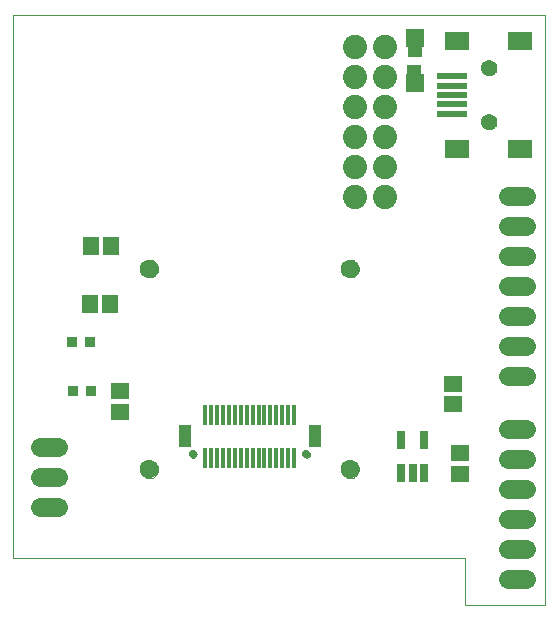
<source format=gts>
G75*
G70*
%OFA0B0*%
%FSLAX24Y24*%
%IPPOS*%
%LPD*%
%AMOC8*
5,1,8,0,0,1.08239X$1,22.5*
%
%ADD10C,0.0010*%
%ADD11C,0.0000*%
%ADD12C,0.0631*%
%ADD13R,0.0472X0.0453*%
%ADD14R,0.0512X0.0335*%
%ADD15C,0.0640*%
%ADD16C,0.0808*%
%ADD17R,0.0552X0.0631*%
%ADD18R,0.1040X0.0190*%
%ADD19R,0.0840X0.0640*%
%ADD20C,0.0540*%
%ADD21R,0.0257X0.0640*%
%ADD22R,0.0257X0.0590*%
%ADD23R,0.0631X0.0552*%
%ADD24R,0.0355X0.0355*%
%ADD25R,0.0591X0.0591*%
%ADD26R,0.0158X0.0670*%
%ADD27R,0.0394X0.0749*%
%ADD28C,0.0276*%
D10*
X000290Y001875D02*
X000290Y019985D01*
X018006Y019985D01*
D11*
X015329Y001875D02*
X000290Y001875D01*
X004522Y004828D02*
X004524Y004862D01*
X004530Y004896D01*
X004540Y004929D01*
X004553Y004960D01*
X004571Y004990D01*
X004591Y005018D01*
X004615Y005043D01*
X004641Y005065D01*
X004669Y005083D01*
X004700Y005099D01*
X004732Y005111D01*
X004766Y005119D01*
X004800Y005123D01*
X004834Y005123D01*
X004868Y005119D01*
X004902Y005111D01*
X004934Y005099D01*
X004964Y005083D01*
X004993Y005065D01*
X005019Y005043D01*
X005043Y005018D01*
X005063Y004990D01*
X005081Y004960D01*
X005094Y004929D01*
X005104Y004896D01*
X005110Y004862D01*
X005112Y004828D01*
X005110Y004794D01*
X005104Y004760D01*
X005094Y004727D01*
X005081Y004696D01*
X005063Y004666D01*
X005043Y004638D01*
X005019Y004613D01*
X004993Y004591D01*
X004965Y004573D01*
X004934Y004557D01*
X004902Y004545D01*
X004868Y004537D01*
X004834Y004533D01*
X004800Y004533D01*
X004766Y004537D01*
X004732Y004545D01*
X004700Y004557D01*
X004669Y004573D01*
X004641Y004591D01*
X004615Y004613D01*
X004591Y004638D01*
X004571Y004666D01*
X004553Y004696D01*
X004540Y004727D01*
X004530Y004760D01*
X004524Y004794D01*
X004522Y004828D01*
X006156Y005339D02*
X006158Y005360D01*
X006164Y005380D01*
X006173Y005400D01*
X006185Y005417D01*
X006200Y005431D01*
X006218Y005443D01*
X006238Y005451D01*
X006258Y005456D01*
X006279Y005457D01*
X006300Y005454D01*
X006320Y005448D01*
X006339Y005437D01*
X006356Y005424D01*
X006369Y005408D01*
X006380Y005390D01*
X006388Y005370D01*
X006392Y005350D01*
X006392Y005328D01*
X006388Y005308D01*
X006380Y005288D01*
X006369Y005270D01*
X006356Y005254D01*
X006339Y005241D01*
X006320Y005230D01*
X006300Y005224D01*
X006279Y005221D01*
X006258Y005222D01*
X006238Y005227D01*
X006218Y005235D01*
X006200Y005247D01*
X006185Y005261D01*
X006173Y005278D01*
X006164Y005298D01*
X006158Y005318D01*
X006156Y005339D01*
X009936Y005339D02*
X009938Y005360D01*
X009944Y005380D01*
X009953Y005400D01*
X009965Y005417D01*
X009980Y005431D01*
X009998Y005443D01*
X010018Y005451D01*
X010038Y005456D01*
X010059Y005457D01*
X010080Y005454D01*
X010100Y005448D01*
X010119Y005437D01*
X010136Y005424D01*
X010149Y005408D01*
X010160Y005390D01*
X010168Y005370D01*
X010172Y005350D01*
X010172Y005328D01*
X010168Y005308D01*
X010160Y005288D01*
X010149Y005270D01*
X010136Y005254D01*
X010119Y005241D01*
X010100Y005230D01*
X010080Y005224D01*
X010059Y005221D01*
X010038Y005222D01*
X010018Y005227D01*
X009998Y005235D01*
X009980Y005247D01*
X009965Y005261D01*
X009953Y005278D01*
X009944Y005298D01*
X009938Y005318D01*
X009936Y005339D01*
X011215Y004828D02*
X011217Y004862D01*
X011223Y004896D01*
X011233Y004929D01*
X011246Y004960D01*
X011264Y004990D01*
X011284Y005018D01*
X011308Y005043D01*
X011334Y005065D01*
X011362Y005083D01*
X011393Y005099D01*
X011425Y005111D01*
X011459Y005119D01*
X011493Y005123D01*
X011527Y005123D01*
X011561Y005119D01*
X011595Y005111D01*
X011627Y005099D01*
X011657Y005083D01*
X011686Y005065D01*
X011712Y005043D01*
X011736Y005018D01*
X011756Y004990D01*
X011774Y004960D01*
X011787Y004929D01*
X011797Y004896D01*
X011803Y004862D01*
X011805Y004828D01*
X011803Y004794D01*
X011797Y004760D01*
X011787Y004727D01*
X011774Y004696D01*
X011756Y004666D01*
X011736Y004638D01*
X011712Y004613D01*
X011686Y004591D01*
X011658Y004573D01*
X011627Y004557D01*
X011595Y004545D01*
X011561Y004537D01*
X011527Y004533D01*
X011493Y004533D01*
X011459Y004537D01*
X011425Y004545D01*
X011393Y004557D01*
X011362Y004573D01*
X011334Y004591D01*
X011308Y004613D01*
X011284Y004638D01*
X011264Y004666D01*
X011246Y004696D01*
X011233Y004727D01*
X011223Y004760D01*
X011217Y004794D01*
X011215Y004828D01*
X015329Y001875D02*
X015329Y000300D01*
X018006Y000300D01*
X018006Y019985D01*
X015891Y018208D02*
X015893Y018239D01*
X015899Y018270D01*
X015909Y018300D01*
X015922Y018328D01*
X015939Y018355D01*
X015959Y018379D01*
X015982Y018401D01*
X016007Y018419D01*
X016035Y018434D01*
X016064Y018446D01*
X016094Y018454D01*
X016125Y018458D01*
X016157Y018458D01*
X016188Y018454D01*
X016218Y018446D01*
X016247Y018434D01*
X016275Y018419D01*
X016300Y018401D01*
X016323Y018379D01*
X016343Y018355D01*
X016360Y018328D01*
X016373Y018300D01*
X016383Y018270D01*
X016389Y018239D01*
X016391Y018208D01*
X016389Y018177D01*
X016383Y018146D01*
X016373Y018116D01*
X016360Y018088D01*
X016343Y018061D01*
X016323Y018037D01*
X016300Y018015D01*
X016275Y017997D01*
X016247Y017982D01*
X016218Y017970D01*
X016188Y017962D01*
X016157Y017958D01*
X016125Y017958D01*
X016094Y017962D01*
X016064Y017970D01*
X016035Y017982D01*
X016007Y017997D01*
X015982Y018015D01*
X015959Y018037D01*
X015939Y018061D01*
X015922Y018088D01*
X015909Y018116D01*
X015899Y018146D01*
X015893Y018177D01*
X015891Y018208D01*
X015891Y016408D02*
X015893Y016439D01*
X015899Y016470D01*
X015909Y016500D01*
X015922Y016528D01*
X015939Y016555D01*
X015959Y016579D01*
X015982Y016601D01*
X016007Y016619D01*
X016035Y016634D01*
X016064Y016646D01*
X016094Y016654D01*
X016125Y016658D01*
X016157Y016658D01*
X016188Y016654D01*
X016218Y016646D01*
X016247Y016634D01*
X016275Y016619D01*
X016300Y016601D01*
X016323Y016579D01*
X016343Y016555D01*
X016360Y016528D01*
X016373Y016500D01*
X016383Y016470D01*
X016389Y016439D01*
X016391Y016408D01*
X016389Y016377D01*
X016383Y016346D01*
X016373Y016316D01*
X016360Y016288D01*
X016343Y016261D01*
X016323Y016237D01*
X016300Y016215D01*
X016275Y016197D01*
X016247Y016182D01*
X016218Y016170D01*
X016188Y016162D01*
X016157Y016158D01*
X016125Y016158D01*
X016094Y016162D01*
X016064Y016170D01*
X016035Y016182D01*
X016007Y016197D01*
X015982Y016215D01*
X015959Y016237D01*
X015939Y016261D01*
X015922Y016288D01*
X015909Y016316D01*
X015899Y016346D01*
X015893Y016377D01*
X015891Y016408D01*
X011215Y011520D02*
X011217Y011554D01*
X011223Y011588D01*
X011233Y011621D01*
X011246Y011652D01*
X011264Y011682D01*
X011284Y011710D01*
X011308Y011735D01*
X011334Y011757D01*
X011362Y011775D01*
X011393Y011791D01*
X011425Y011803D01*
X011459Y011811D01*
X011493Y011815D01*
X011527Y011815D01*
X011561Y011811D01*
X011595Y011803D01*
X011627Y011791D01*
X011657Y011775D01*
X011686Y011757D01*
X011712Y011735D01*
X011736Y011710D01*
X011756Y011682D01*
X011774Y011652D01*
X011787Y011621D01*
X011797Y011588D01*
X011803Y011554D01*
X011805Y011520D01*
X011803Y011486D01*
X011797Y011452D01*
X011787Y011419D01*
X011774Y011388D01*
X011756Y011358D01*
X011736Y011330D01*
X011712Y011305D01*
X011686Y011283D01*
X011658Y011265D01*
X011627Y011249D01*
X011595Y011237D01*
X011561Y011229D01*
X011527Y011225D01*
X011493Y011225D01*
X011459Y011229D01*
X011425Y011237D01*
X011393Y011249D01*
X011362Y011265D01*
X011334Y011283D01*
X011308Y011305D01*
X011284Y011330D01*
X011264Y011358D01*
X011246Y011388D01*
X011233Y011419D01*
X011223Y011452D01*
X011217Y011486D01*
X011215Y011520D01*
X004522Y011520D02*
X004524Y011554D01*
X004530Y011588D01*
X004540Y011621D01*
X004553Y011652D01*
X004571Y011682D01*
X004591Y011710D01*
X004615Y011735D01*
X004641Y011757D01*
X004669Y011775D01*
X004700Y011791D01*
X004732Y011803D01*
X004766Y011811D01*
X004800Y011815D01*
X004834Y011815D01*
X004868Y011811D01*
X004902Y011803D01*
X004934Y011791D01*
X004964Y011775D01*
X004993Y011757D01*
X005019Y011735D01*
X005043Y011710D01*
X005063Y011682D01*
X005081Y011652D01*
X005094Y011621D01*
X005104Y011588D01*
X005110Y011554D01*
X005112Y011520D01*
X005110Y011486D01*
X005104Y011452D01*
X005094Y011419D01*
X005081Y011388D01*
X005063Y011358D01*
X005043Y011330D01*
X005019Y011305D01*
X004993Y011283D01*
X004965Y011265D01*
X004934Y011249D01*
X004902Y011237D01*
X004868Y011229D01*
X004834Y011225D01*
X004800Y011225D01*
X004766Y011229D01*
X004732Y011237D01*
X004700Y011249D01*
X004669Y011265D01*
X004641Y011283D01*
X004615Y011305D01*
X004591Y011330D01*
X004571Y011358D01*
X004553Y011388D01*
X004540Y011419D01*
X004530Y011452D01*
X004524Y011486D01*
X004522Y011520D01*
D12*
X004817Y011520D03*
X011510Y011520D03*
X011510Y004828D03*
X004817Y004828D03*
D13*
X013676Y018794D03*
D14*
X013656Y018125D03*
D15*
X016761Y013930D02*
X017361Y013930D01*
X017361Y012930D02*
X016761Y012930D01*
X016761Y011930D02*
X017361Y011930D01*
X017361Y010930D02*
X016761Y010930D01*
X016761Y009930D02*
X017361Y009930D01*
X017361Y008930D02*
X016761Y008930D01*
X016761Y007930D02*
X017361Y007930D01*
X017361Y006166D02*
X016761Y006166D01*
X016761Y005166D02*
X017361Y005166D01*
X017361Y004166D02*
X016761Y004166D01*
X016761Y003166D02*
X017361Y003166D01*
X017361Y002166D02*
X016761Y002166D01*
X016761Y001166D02*
X017361Y001166D01*
X001787Y003583D02*
X001187Y003583D01*
X001187Y004583D02*
X001787Y004583D01*
X001787Y005583D02*
X001187Y005583D01*
D16*
X011668Y013914D03*
X012668Y013914D03*
X012668Y014914D03*
X011668Y014914D03*
X011668Y015914D03*
X012668Y015914D03*
X012668Y016914D03*
X011668Y016914D03*
X011668Y017914D03*
X012668Y017914D03*
X012668Y018914D03*
X011668Y018914D03*
D17*
X003538Y012269D03*
X002869Y012269D03*
X002829Y010339D03*
X003498Y010339D03*
D18*
X014921Y016688D03*
X014921Y016998D03*
X014921Y017308D03*
X014921Y017618D03*
X014921Y017928D03*
D19*
X015091Y019108D03*
X017191Y019108D03*
X017191Y015508D03*
X015091Y015508D03*
D20*
X016141Y016408D03*
X016141Y018208D03*
D21*
X013971Y004700D03*
X013597Y004700D03*
X013223Y004700D03*
D22*
X013223Y005820D03*
X013971Y005820D03*
D23*
X015172Y005359D03*
X015172Y004690D03*
X014935Y007013D03*
X014935Y007682D03*
X003853Y007426D03*
X003853Y006757D03*
D24*
X002869Y007426D03*
X002278Y007426D03*
X002239Y009060D03*
X002829Y009060D03*
D25*
X013676Y017702D03*
X013676Y019198D03*
D26*
X009640Y006639D03*
X009443Y006639D03*
X009247Y006639D03*
X009050Y006639D03*
X008853Y006639D03*
X008656Y006639D03*
X008459Y006639D03*
X008262Y006639D03*
X008065Y006639D03*
X007869Y006639D03*
X007672Y006639D03*
X007475Y006639D03*
X007278Y006639D03*
X007081Y006639D03*
X006884Y006639D03*
X006687Y006639D03*
X006687Y005221D03*
X006884Y005221D03*
X007081Y005221D03*
X007278Y005221D03*
X007475Y005221D03*
X007672Y005221D03*
X007869Y005221D03*
X008065Y005221D03*
X008262Y005221D03*
X008459Y005221D03*
X008656Y005221D03*
X008853Y005221D03*
X009050Y005221D03*
X009247Y005221D03*
X009443Y005221D03*
X009640Y005221D03*
D27*
X010329Y005930D03*
X005998Y005930D03*
D28*
X006274Y005339D03*
X010054Y005339D03*
M02*

</source>
